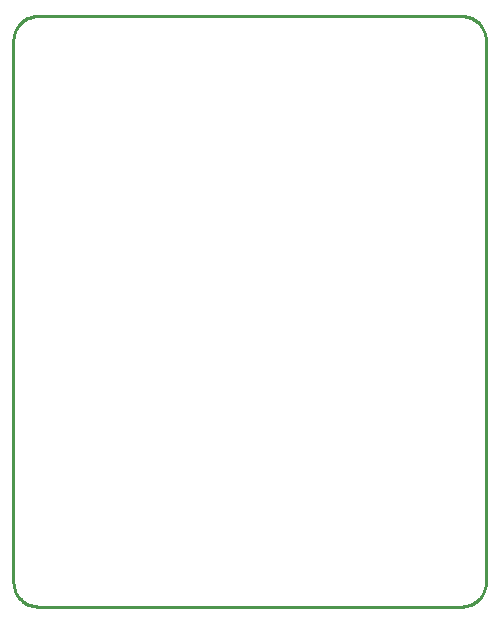
<source format=gm1>
%TF.GenerationSoftware,KiCad,Pcbnew,7.0.0-da2b9df05c~163~ubuntu20.04.1*%
%TF.CreationDate,2023-05-09T10:41:35+01:00*%
%TF.ProjectId,KiCAD_Board_3_Minimal_Full_RP2040,4b694341-445f-4426-9f61-72645f335f4d,rev?*%
%TF.SameCoordinates,Original*%
%TF.FileFunction,Profile,NP*%
%FSLAX46Y46*%
G04 Gerber Fmt 4.6, Leading zero omitted, Abs format (unit mm)*
G04 Created by KiCad (PCBNEW 7.0.0-da2b9df05c~163~ubuntu20.04.1) date 2023-05-09 10:41:35*
%MOMM*%
%LPD*%
G01*
G04 APERTURE LIST*
%TA.AperFunction,Profile*%
%ADD10C,0.264999*%
%TD*%
G04 APERTURE END LIST*
D10*
X137283876Y-39222713D02*
X137389677Y-39230758D01*
X137493939Y-39244007D01*
X137596532Y-39262328D01*
X137697325Y-39285591D01*
X137796187Y-39313664D01*
X137892987Y-39346418D01*
X137987595Y-39383720D01*
X138079879Y-39425441D01*
X138169708Y-39471449D01*
X138256952Y-39521613D01*
X138341479Y-39575802D01*
X138423159Y-39633886D01*
X138501861Y-39695734D01*
X138577453Y-39761214D01*
X138649806Y-39830196D01*
X138718788Y-39902549D01*
X138784268Y-39978142D01*
X138846116Y-40056843D01*
X138904200Y-40138524D01*
X138958389Y-40223051D01*
X139008553Y-40310295D01*
X139054561Y-40400124D01*
X139096281Y-40492408D01*
X139133584Y-40587015D01*
X139166338Y-40683816D01*
X139194411Y-40782678D01*
X139217674Y-40883471D01*
X139235995Y-40986064D01*
X139249244Y-41090327D01*
X139257289Y-41196128D01*
X139260000Y-41303336D01*
X139260000Y-87136662D01*
X139257289Y-87243871D01*
X139249244Y-87349672D01*
X139235995Y-87453934D01*
X139217674Y-87556528D01*
X139194411Y-87657321D01*
X139166338Y-87756183D01*
X139133584Y-87852984D01*
X139096281Y-87947591D01*
X139054561Y-88039875D01*
X139008553Y-88129705D01*
X138958389Y-88216949D01*
X138904200Y-88301476D01*
X138846116Y-88383156D01*
X138784268Y-88461858D01*
X138718788Y-88537451D01*
X138649806Y-88609804D01*
X138577453Y-88678786D01*
X138501861Y-88744266D01*
X138423159Y-88806114D01*
X138341479Y-88864198D01*
X138256952Y-88918387D01*
X138169708Y-88968551D01*
X138079879Y-89014559D01*
X137987595Y-89056280D01*
X137892987Y-89093582D01*
X137796187Y-89126336D01*
X137697325Y-89154409D01*
X137596532Y-89177672D01*
X137493939Y-89195994D01*
X137389677Y-89209242D01*
X137283876Y-89217287D01*
X137176668Y-89219998D01*
X101343334Y-89219998D01*
X101236126Y-89217287D01*
X101130325Y-89209242D01*
X101026062Y-89195994D01*
X100923469Y-89177672D01*
X100822676Y-89154409D01*
X100723814Y-89126336D01*
X100627013Y-89093582D01*
X100532406Y-89056280D01*
X100440122Y-89014559D01*
X100350293Y-88968551D01*
X100263049Y-88918387D01*
X100178522Y-88864198D01*
X100096842Y-88806114D01*
X100018140Y-88744266D01*
X99942547Y-88678786D01*
X99870194Y-88609804D01*
X99801212Y-88537451D01*
X99735732Y-88461858D01*
X99673884Y-88383156D01*
X99615800Y-88301476D01*
X99561611Y-88216949D01*
X99511447Y-88129705D01*
X99465439Y-88039875D01*
X99423719Y-87947591D01*
X99386416Y-87852984D01*
X99353662Y-87756183D01*
X99325589Y-87657321D01*
X99302326Y-87556528D01*
X99284005Y-87453934D01*
X99270756Y-87349672D01*
X99262711Y-87243871D01*
X99260000Y-87136662D01*
X99260000Y-41303336D01*
X99262711Y-41196128D01*
X99270756Y-41090327D01*
X99284005Y-40986064D01*
X99302326Y-40883471D01*
X99325589Y-40782678D01*
X99353662Y-40683816D01*
X99386416Y-40587015D01*
X99423719Y-40492408D01*
X99465439Y-40400124D01*
X99511447Y-40310295D01*
X99561611Y-40223051D01*
X99615800Y-40138524D01*
X99673884Y-40056843D01*
X99735732Y-39978142D01*
X99801212Y-39902549D01*
X99870194Y-39830196D01*
X99942547Y-39761214D01*
X100018140Y-39695734D01*
X100096842Y-39633886D01*
X100178522Y-39575802D01*
X100263049Y-39521613D01*
X100350293Y-39471449D01*
X100440122Y-39425441D01*
X100532406Y-39383720D01*
X100627013Y-39346418D01*
X100723814Y-39313664D01*
X100822676Y-39285591D01*
X100923469Y-39262328D01*
X101026062Y-39244007D01*
X101130325Y-39230758D01*
X101236126Y-39222713D01*
X101343334Y-39220002D01*
X137176668Y-39220002D01*
X137283876Y-39222713D01*
M02*

</source>
